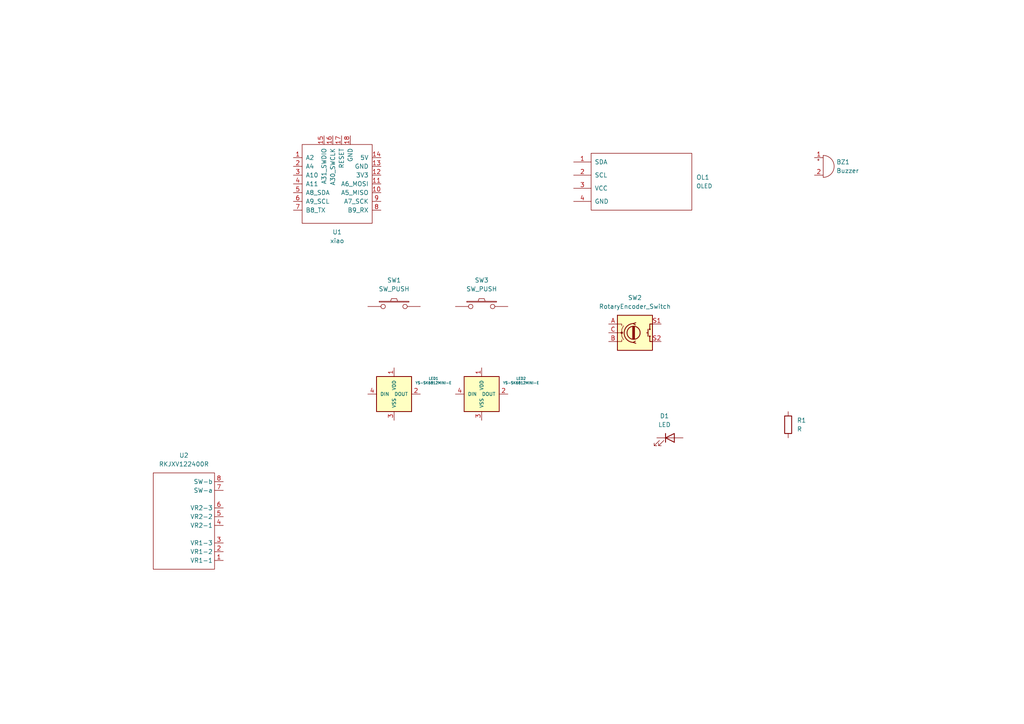
<source format=kicad_sch>
(kicad_sch
	(version 20250114)
	(generator "eeschema")
	(generator_version "9.0")
	(uuid "4597c5c7-ab98-46a0-a1d3-ac8e59abbe7d")
	(paper "A4")
	(lib_symbols
		(symbol "Device:Buzzer"
			(pin_names
				(offset 0.0254)
				(hide yes)
			)
			(exclude_from_sim no)
			(in_bom yes)
			(on_board yes)
			(property "Reference" "BZ"
				(at 3.81 1.27 0)
				(effects
					(font
						(size 1.27 1.27)
					)
					(justify left)
				)
			)
			(property "Value" "Buzzer"
				(at 3.81 -1.27 0)
				(effects
					(font
						(size 1.27 1.27)
					)
					(justify left)
				)
			)
			(property "Footprint" ""
				(at -0.635 2.54 90)
				(effects
					(font
						(size 1.27 1.27)
					)
					(hide yes)
				)
			)
			(property "Datasheet" "~"
				(at -0.635 2.54 90)
				(effects
					(font
						(size 1.27 1.27)
					)
					(hide yes)
				)
			)
			(property "Description" "Buzzer, polarized"
				(at 0 0 0)
				(effects
					(font
						(size 1.27 1.27)
					)
					(hide yes)
				)
			)
			(property "ki_keywords" "quartz resonator ceramic"
				(at 0 0 0)
				(effects
					(font
						(size 1.27 1.27)
					)
					(hide yes)
				)
			)
			(property "ki_fp_filters" "*Buzzer*"
				(at 0 0 0)
				(effects
					(font
						(size 1.27 1.27)
					)
					(hide yes)
				)
			)
			(symbol "Buzzer_0_1"
				(polyline
					(pts
						(xy -1.651 1.905) (xy -1.143 1.905)
					)
					(stroke
						(width 0)
						(type default)
					)
					(fill
						(type none)
					)
				)
				(polyline
					(pts
						(xy -1.397 2.159) (xy -1.397 1.651)
					)
					(stroke
						(width 0)
						(type default)
					)
					(fill
						(type none)
					)
				)
				(arc
					(start 0 3.175)
					(mid 3.1612 0)
					(end 0 -3.175)
					(stroke
						(width 0)
						(type default)
					)
					(fill
						(type none)
					)
				)
				(polyline
					(pts
						(xy 0 3.175) (xy 0 -3.175)
					)
					(stroke
						(width 0)
						(type default)
					)
					(fill
						(type none)
					)
				)
			)
			(symbol "Buzzer_1_1"
				(pin passive line
					(at -2.54 2.54 0)
					(length 2.54)
					(name "+"
						(effects
							(font
								(size 1.27 1.27)
							)
						)
					)
					(number "1"
						(effects
							(font
								(size 1.27 1.27)
							)
						)
					)
				)
				(pin passive line
					(at -2.54 -2.54 0)
					(length 2.54)
					(name "-"
						(effects
							(font
								(size 1.27 1.27)
							)
						)
					)
					(number "2"
						(effects
							(font
								(size 1.27 1.27)
							)
						)
					)
				)
			)
			(embedded_fonts no)
		)
		(symbol "Device:LED"
			(pin_numbers
				(hide yes)
			)
			(pin_names
				(offset 1.016)
				(hide yes)
			)
			(exclude_from_sim no)
			(in_bom yes)
			(on_board yes)
			(property "Reference" "D"
				(at 0 2.54 0)
				(effects
					(font
						(size 1.27 1.27)
					)
				)
			)
			(property "Value" "LED"
				(at 0 -2.54 0)
				(effects
					(font
						(size 1.27 1.27)
					)
				)
			)
			(property "Footprint" ""
				(at 0 0 0)
				(effects
					(font
						(size 1.27 1.27)
					)
					(hide yes)
				)
			)
			(property "Datasheet" "~"
				(at 0 0 0)
				(effects
					(font
						(size 1.27 1.27)
					)
					(hide yes)
				)
			)
			(property "Description" "Light emitting diode"
				(at 0 0 0)
				(effects
					(font
						(size 1.27 1.27)
					)
					(hide yes)
				)
			)
			(property "Sim.Pins" "1=K 2=A"
				(at 0 0 0)
				(effects
					(font
						(size 1.27 1.27)
					)
					(hide yes)
				)
			)
			(property "ki_keywords" "LED diode"
				(at 0 0 0)
				(effects
					(font
						(size 1.27 1.27)
					)
					(hide yes)
				)
			)
			(property "ki_fp_filters" "LED* LED_SMD:* LED_THT:*"
				(at 0 0 0)
				(effects
					(font
						(size 1.27 1.27)
					)
					(hide yes)
				)
			)
			(symbol "LED_0_1"
				(polyline
					(pts
						(xy -3.048 -0.762) (xy -4.572 -2.286) (xy -3.81 -2.286) (xy -4.572 -2.286) (xy -4.572 -1.524)
					)
					(stroke
						(width 0)
						(type default)
					)
					(fill
						(type none)
					)
				)
				(polyline
					(pts
						(xy -1.778 -0.762) (xy -3.302 -2.286) (xy -2.54 -2.286) (xy -3.302 -2.286) (xy -3.302 -1.524)
					)
					(stroke
						(width 0)
						(type default)
					)
					(fill
						(type none)
					)
				)
				(polyline
					(pts
						(xy -1.27 0) (xy 1.27 0)
					)
					(stroke
						(width 0)
						(type default)
					)
					(fill
						(type none)
					)
				)
				(polyline
					(pts
						(xy -1.27 -1.27) (xy -1.27 1.27)
					)
					(stroke
						(width 0.254)
						(type default)
					)
					(fill
						(type none)
					)
				)
				(polyline
					(pts
						(xy 1.27 -1.27) (xy 1.27 1.27) (xy -1.27 0) (xy 1.27 -1.27)
					)
					(stroke
						(width 0.254)
						(type default)
					)
					(fill
						(type none)
					)
				)
			)
			(symbol "LED_1_1"
				(pin passive line
					(at -3.81 0 0)
					(length 2.54)
					(name "K"
						(effects
							(font
								(size 1.27 1.27)
							)
						)
					)
					(number "1"
						(effects
							(font
								(size 1.27 1.27)
							)
						)
					)
				)
				(pin passive line
					(at 3.81 0 180)
					(length 2.54)
					(name "A"
						(effects
							(font
								(size 1.27 1.27)
							)
						)
					)
					(number "2"
						(effects
							(font
								(size 1.27 1.27)
							)
						)
					)
				)
			)
			(embedded_fonts no)
		)
		(symbol "Device:R"
			(pin_numbers
				(hide yes)
			)
			(pin_names
				(offset 0)
			)
			(exclude_from_sim no)
			(in_bom yes)
			(on_board yes)
			(property "Reference" "R"
				(at 2.032 0 90)
				(effects
					(font
						(size 1.27 1.27)
					)
				)
			)
			(property "Value" "R"
				(at 0 0 90)
				(effects
					(font
						(size 1.27 1.27)
					)
				)
			)
			(property "Footprint" ""
				(at -1.778 0 90)
				(effects
					(font
						(size 1.27 1.27)
					)
					(hide yes)
				)
			)
			(property "Datasheet" "~"
				(at 0 0 0)
				(effects
					(font
						(size 1.27 1.27)
					)
					(hide yes)
				)
			)
			(property "Description" "Resistor"
				(at 0 0 0)
				(effects
					(font
						(size 1.27 1.27)
					)
					(hide yes)
				)
			)
			(property "ki_keywords" "R res resistor"
				(at 0 0 0)
				(effects
					(font
						(size 1.27 1.27)
					)
					(hide yes)
				)
			)
			(property "ki_fp_filters" "R_*"
				(at 0 0 0)
				(effects
					(font
						(size 1.27 1.27)
					)
					(hide yes)
				)
			)
			(symbol "R_0_1"
				(rectangle
					(start -1.016 -2.54)
					(end 1.016 2.54)
					(stroke
						(width 0.254)
						(type default)
					)
					(fill
						(type none)
					)
				)
			)
			(symbol "R_1_1"
				(pin passive line
					(at 0 3.81 270)
					(length 1.27)
					(name "~"
						(effects
							(font
								(size 1.27 1.27)
							)
						)
					)
					(number "1"
						(effects
							(font
								(size 1.27 1.27)
							)
						)
					)
				)
				(pin passive line
					(at 0 -3.81 90)
					(length 1.27)
					(name "~"
						(effects
							(font
								(size 1.27 1.27)
							)
						)
					)
					(number "2"
						(effects
							(font
								(size 1.27 1.27)
							)
						)
					)
				)
			)
			(embedded_fonts no)
		)
		(symbol "Device:RotaryEncoder_Switch"
			(pin_names
				(offset 0.254)
				(hide yes)
			)
			(exclude_from_sim no)
			(in_bom yes)
			(on_board yes)
			(property "Reference" "SW"
				(at 0 6.604 0)
				(effects
					(font
						(size 1.27 1.27)
					)
				)
			)
			(property "Value" "RotaryEncoder_Switch"
				(at 0 -6.604 0)
				(effects
					(font
						(size 1.27 1.27)
					)
				)
			)
			(property "Footprint" ""
				(at -3.81 4.064 0)
				(effects
					(font
						(size 1.27 1.27)
					)
					(hide yes)
				)
			)
			(property "Datasheet" "~"
				(at 0 6.604 0)
				(effects
					(font
						(size 1.27 1.27)
					)
					(hide yes)
				)
			)
			(property "Description" "Rotary encoder, dual channel, incremental quadrate outputs, with switch"
				(at 0 0 0)
				(effects
					(font
						(size 1.27 1.27)
					)
					(hide yes)
				)
			)
			(property "ki_keywords" "rotary switch encoder switch push button"
				(at 0 0 0)
				(effects
					(font
						(size 1.27 1.27)
					)
					(hide yes)
				)
			)
			(property "ki_fp_filters" "RotaryEncoder*Switch*"
				(at 0 0 0)
				(effects
					(font
						(size 1.27 1.27)
					)
					(hide yes)
				)
			)
			(symbol "RotaryEncoder_Switch_0_1"
				(rectangle
					(start -5.08 5.08)
					(end 5.08 -5.08)
					(stroke
						(width 0.254)
						(type default)
					)
					(fill
						(type background)
					)
				)
				(polyline
					(pts
						(xy -5.08 2.54) (xy -3.81 2.54) (xy -3.81 2.032)
					)
					(stroke
						(width 0)
						(type default)
					)
					(fill
						(type none)
					)
				)
				(polyline
					(pts
						(xy -5.08 0) (xy -3.81 0) (xy -3.81 -1.016) (xy -3.302 -2.032)
					)
					(stroke
						(width 0)
						(type default)
					)
					(fill
						(type none)
					)
				)
				(polyline
					(pts
						(xy -5.08 -2.54) (xy -3.81 -2.54) (xy -3.81 -2.032)
					)
					(stroke
						(width 0)
						(type default)
					)
					(fill
						(type none)
					)
				)
				(polyline
					(pts
						(xy -4.318 0) (xy -3.81 0) (xy -3.81 1.016) (xy -3.302 2.032)
					)
					(stroke
						(width 0)
						(type default)
					)
					(fill
						(type none)
					)
				)
				(circle
					(center -3.81 0)
					(radius 0.254)
					(stroke
						(width 0)
						(type default)
					)
					(fill
						(type outline)
					)
				)
				(polyline
					(pts
						(xy -0.635 -1.778) (xy -0.635 1.778)
					)
					(stroke
						(width 0.254)
						(type default)
					)
					(fill
						(type none)
					)
				)
				(circle
					(center -0.381 0)
					(radius 1.905)
					(stroke
						(width 0.254)
						(type default)
					)
					(fill
						(type none)
					)
				)
				(polyline
					(pts
						(xy -0.381 -1.778) (xy -0.381 1.778)
					)
					(stroke
						(width 0.254)
						(type default)
					)
					(fill
						(type none)
					)
				)
				(arc
					(start -0.381 -2.794)
					(mid -3.0988 -0.0635)
					(end -0.381 2.667)
					(stroke
						(width 0.254)
						(type default)
					)
					(fill
						(type none)
					)
				)
				(polyline
					(pts
						(xy -0.127 1.778) (xy -0.127 -1.778)
					)
					(stroke
						(width 0.254)
						(type default)
					)
					(fill
						(type none)
					)
				)
				(polyline
					(pts
						(xy 0.254 2.921) (xy -0.508 2.667) (xy 0.127 2.286)
					)
					(stroke
						(width 0.254)
						(type default)
					)
					(fill
						(type none)
					)
				)
				(polyline
					(pts
						(xy 0.254 -3.048) (xy -0.508 -2.794) (xy 0.127 -2.413)
					)
					(stroke
						(width 0.254)
						(type default)
					)
					(fill
						(type none)
					)
				)
				(polyline
					(pts
						(xy 3.81 1.016) (xy 3.81 -1.016)
					)
					(stroke
						(width 0.254)
						(type default)
					)
					(fill
						(type none)
					)
				)
				(polyline
					(pts
						(xy 3.81 0) (xy 3.429 0)
					)
					(stroke
						(width 0.254)
						(type default)
					)
					(fill
						(type none)
					)
				)
				(circle
					(center 4.318 1.016)
					(radius 0.127)
					(stroke
						(width 0.254)
						(type default)
					)
					(fill
						(type none)
					)
				)
				(circle
					(center 4.318 -1.016)
					(radius 0.127)
					(stroke
						(width 0.254)
						(type default)
					)
					(fill
						(type none)
					)
				)
				(polyline
					(pts
						(xy 5.08 2.54) (xy 4.318 2.54) (xy 4.318 1.016)
					)
					(stroke
						(width 0.254)
						(type default)
					)
					(fill
						(type none)
					)
				)
				(polyline
					(pts
						(xy 5.08 -2.54) (xy 4.318 -2.54) (xy 4.318 -1.016)
					)
					(stroke
						(width 0.254)
						(type default)
					)
					(fill
						(type none)
					)
				)
			)
			(symbol "RotaryEncoder_Switch_1_1"
				(pin passive line
					(at -7.62 2.54 0)
					(length 2.54)
					(name "A"
						(effects
							(font
								(size 1.27 1.27)
							)
						)
					)
					(number "A"
						(effects
							(font
								(size 1.27 1.27)
							)
						)
					)
				)
				(pin passive line
					(at -7.62 0 0)
					(length 2.54)
					(name "C"
						(effects
							(font
								(size 1.27 1.27)
							)
						)
					)
					(number "C"
						(effects
							(font
								(size 1.27 1.27)
							)
						)
					)
				)
				(pin passive line
					(at -7.62 -2.54 0)
					(length 2.54)
					(name "B"
						(effects
							(font
								(size 1.27 1.27)
							)
						)
					)
					(number "B"
						(effects
							(font
								(size 1.27 1.27)
							)
						)
					)
				)
				(pin passive line
					(at 7.62 2.54 180)
					(length 2.54)
					(name "S1"
						(effects
							(font
								(size 1.27 1.27)
							)
						)
					)
					(number "S1"
						(effects
							(font
								(size 1.27 1.27)
							)
						)
					)
				)
				(pin passive line
					(at 7.62 -2.54 180)
					(length 2.54)
					(name "S2"
						(effects
							(font
								(size 1.27 1.27)
							)
						)
					)
					(number "S2"
						(effects
							(font
								(size 1.27 1.27)
							)
						)
					)
				)
			)
			(embedded_fonts no)
		)
		(symbol "crides/kleeb/mcu:xiao"
			(pin_names
				(offset 1.016)
			)
			(exclude_from_sim no)
			(in_bom yes)
			(on_board yes)
			(property "Reference" "U"
				(at -10.16 15.24 0)
				(effects
					(font
						(size 1.27 1.27)
					)
				)
			)
			(property "Value" "xiao"
				(at -8.89 12.7 0)
				(effects
					(font
						(size 1.27 1.27)
					)
				)
			)
			(property "Footprint" ""
				(at -8.89 5.08 0)
				(effects
					(font
						(size 1.27 1.27)
					)
					(hide yes)
				)
			)
			(property "Datasheet" ""
				(at -8.89 5.08 0)
				(effects
					(font
						(size 1.27 1.27)
					)
					(hide yes)
				)
			)
			(property "Description" ""
				(at 0 0 0)
				(effects
					(font
						(size 1.27 1.27)
					)
					(hide yes)
				)
			)
			(symbol "xiao_0_1"
				(rectangle
					(start -10.16 11.43)
					(end 10.16 -11.43)
					(stroke
						(width 0)
						(type default)
					)
					(fill
						(type none)
					)
				)
			)
			(symbol "xiao_1_1"
				(pin bidirectional line
					(at -12.7 7.62 0)
					(length 2.54)
					(name "A2"
						(effects
							(font
								(size 1.27 1.27)
							)
						)
					)
					(number "1"
						(effects
							(font
								(size 1.27 1.27)
							)
						)
					)
				)
				(pin bidirectional line
					(at -12.7 5.08 0)
					(length 2.54)
					(name "A4"
						(effects
							(font
								(size 1.27 1.27)
							)
						)
					)
					(number "2"
						(effects
							(font
								(size 1.27 1.27)
							)
						)
					)
				)
				(pin bidirectional line
					(at -12.7 2.54 0)
					(length 2.54)
					(name "A10"
						(effects
							(font
								(size 1.27 1.27)
							)
						)
					)
					(number "3"
						(effects
							(font
								(size 1.27 1.27)
							)
						)
					)
				)
				(pin bidirectional line
					(at -12.7 0 0)
					(length 2.54)
					(name "A11"
						(effects
							(font
								(size 1.27 1.27)
							)
						)
					)
					(number "4"
						(effects
							(font
								(size 1.27 1.27)
							)
						)
					)
				)
				(pin bidirectional line
					(at -12.7 -2.54 0)
					(length 2.54)
					(name "A8_SDA"
						(effects
							(font
								(size 1.27 1.27)
							)
						)
					)
					(number "5"
						(effects
							(font
								(size 1.27 1.27)
							)
						)
					)
				)
				(pin bidirectional line
					(at -12.7 -5.08 0)
					(length 2.54)
					(name "A9_SCL"
						(effects
							(font
								(size 1.27 1.27)
							)
						)
					)
					(number "6"
						(effects
							(font
								(size 1.27 1.27)
							)
						)
					)
				)
				(pin bidirectional line
					(at -12.7 -7.62 0)
					(length 2.54)
					(name "B8_TX"
						(effects
							(font
								(size 1.27 1.27)
							)
						)
					)
					(number "7"
						(effects
							(font
								(size 1.27 1.27)
							)
						)
					)
				)
				(pin input line
					(at -3.81 13.97 270)
					(length 2.54)
					(name "A31_SWDIO"
						(effects
							(font
								(size 1.27 1.27)
							)
						)
					)
					(number "15"
						(effects
							(font
								(size 1.27 1.27)
							)
						)
					)
				)
				(pin input line
					(at -1.27 13.97 270)
					(length 2.54)
					(name "A30_SWCLK"
						(effects
							(font
								(size 1.27 1.27)
							)
						)
					)
					(number "16"
						(effects
							(font
								(size 1.27 1.27)
							)
						)
					)
				)
				(pin input line
					(at 1.27 13.97 270)
					(length 2.54)
					(name "RESET"
						(effects
							(font
								(size 1.27 1.27)
							)
						)
					)
					(number "17"
						(effects
							(font
								(size 1.27 1.27)
							)
						)
					)
				)
				(pin power_out line
					(at 3.81 13.97 270)
					(length 2.54)
					(name "GND"
						(effects
							(font
								(size 1.27 1.27)
							)
						)
					)
					(number "18"
						(effects
							(font
								(size 1.27 1.27)
							)
						)
					)
				)
				(pin power_out line
					(at 12.7 7.62 180)
					(length 2.54)
					(name "5V"
						(effects
							(font
								(size 1.27 1.27)
							)
						)
					)
					(number "14"
						(effects
							(font
								(size 1.27 1.27)
							)
						)
					)
				)
				(pin power_out line
					(at 12.7 5.08 180)
					(length 2.54)
					(name "GND"
						(effects
							(font
								(size 1.27 1.27)
							)
						)
					)
					(number "13"
						(effects
							(font
								(size 1.27 1.27)
							)
						)
					)
				)
				(pin power_out line
					(at 12.7 2.54 180)
					(length 2.54)
					(name "3V3"
						(effects
							(font
								(size 1.27 1.27)
							)
						)
					)
					(number "12"
						(effects
							(font
								(size 1.27 1.27)
							)
						)
					)
				)
				(pin bidirectional line
					(at 12.7 0 180)
					(length 2.54)
					(name "A6_MOSI"
						(effects
							(font
								(size 1.27 1.27)
							)
						)
					)
					(number "11"
						(effects
							(font
								(size 1.27 1.27)
							)
						)
					)
				)
				(pin bidirectional line
					(at 12.7 -2.54 180)
					(length 2.54)
					(name "A5_MISO"
						(effects
							(font
								(size 1.27 1.27)
							)
						)
					)
					(number "10"
						(effects
							(font
								(size 1.27 1.27)
							)
						)
					)
				)
				(pin bidirectional line
					(at 12.7 -5.08 180)
					(length 2.54)
					(name "A7_SCK"
						(effects
							(font
								(size 1.27 1.27)
							)
						)
					)
					(number "9"
						(effects
							(font
								(size 1.27 1.27)
							)
						)
					)
				)
				(pin bidirectional line
					(at 12.7 -7.62 180)
					(length 2.54)
					(name "B9_RX"
						(effects
							(font
								(size 1.27 1.27)
							)
						)
					)
					(number "8"
						(effects
							(font
								(size 1.27 1.27)
							)
						)
					)
				)
			)
			(embedded_fonts no)
		)
		(symbol "foostan/kbd:OLED"
			(pin_names
				(offset 1.016)
			)
			(exclude_from_sim no)
			(in_bom yes)
			(on_board yes)
			(property "Reference" "OL"
				(at 0 2.54 0)
				(effects
					(font
						(size 1.2954 1.2954)
					)
				)
			)
			(property "Value" "OLED"
				(at 0 -1.27 0)
				(effects
					(font
						(size 1.1938 1.1938)
					)
				)
			)
			(property "Footprint" ""
				(at 0 2.54 0)
				(effects
					(font
						(size 1.524 1.524)
					)
					(hide yes)
				)
			)
			(property "Datasheet" ""
				(at 0 2.54 0)
				(effects
					(font
						(size 1.524 1.524)
					)
					(hide yes)
				)
			)
			(property "Description" ""
				(at 0 0 0)
				(effects
					(font
						(size 1.27 1.27)
					)
					(hide yes)
				)
			)
			(symbol "OLED_0_1"
				(rectangle
					(start -13.97 8.89)
					(end 15.24 -7.62)
					(stroke
						(width 0)
						(type solid)
					)
					(fill
						(type none)
					)
				)
			)
			(symbol "OLED_1_1"
				(pin bidirectional line
					(at -19.05 6.35 0)
					(length 5.08)
					(name "SDA"
						(effects
							(font
								(size 1.27 1.27)
							)
						)
					)
					(number "1"
						(effects
							(font
								(size 1.27 1.27)
							)
						)
					)
				)
				(pin bidirectional line
					(at -19.05 2.54 0)
					(length 5.08)
					(name "SCL"
						(effects
							(font
								(size 1.27 1.27)
							)
						)
					)
					(number "2"
						(effects
							(font
								(size 1.27 1.27)
							)
						)
					)
				)
				(pin power_in line
					(at -19.05 -1.27 0)
					(length 5.08)
					(name "VCC"
						(effects
							(font
								(size 1.27 1.27)
							)
						)
					)
					(number "3"
						(effects
							(font
								(size 1.27 1.27)
							)
						)
					)
				)
				(pin power_in line
					(at -19.05 -5.08 0)
					(length 5.08)
					(name "GND"
						(effects
							(font
								(size 1.27 1.27)
							)
						)
					)
					(number "4"
						(effects
							(font
								(size 1.27 1.27)
							)
						)
					)
				)
			)
			(embedded_fonts no)
		)
		(symbol "foostan/kbd:SW_PUSH"
			(pin_numbers
				(hide yes)
			)
			(pin_names
				(offset 1.016)
				(hide yes)
			)
			(exclude_from_sim no)
			(in_bom yes)
			(on_board yes)
			(property "Reference" "SW"
				(at 3.81 2.794 0)
				(effects
					(font
						(size 1.27 1.27)
					)
				)
			)
			(property "Value" "SW_PUSH"
				(at 0 -2.032 0)
				(effects
					(font
						(size 1.27 1.27)
					)
				)
			)
			(property "Footprint" ""
				(at 0 0 0)
				(effects
					(font
						(size 1.27 1.27)
					)
				)
			)
			(property "Datasheet" ""
				(at 0 0 0)
				(effects
					(font
						(size 1.27 1.27)
					)
				)
			)
			(property "Description" ""
				(at 0 0 0)
				(effects
					(font
						(size 1.27 1.27)
					)
					(hide yes)
				)
			)
			(symbol "SW_PUSH_0_1"
				(rectangle
					(start -4.318 1.27)
					(end 4.318 1.524)
					(stroke
						(width 0)
						(type solid)
					)
					(fill
						(type none)
					)
				)
				(polyline
					(pts
						(xy -1.016 1.524) (xy -0.762 2.286) (xy 0.762 2.286) (xy 1.016 1.524)
					)
					(stroke
						(width 0)
						(type solid)
					)
					(fill
						(type none)
					)
				)
				(pin passive inverted
					(at -7.62 0 0)
					(length 5.08)
					(name "1"
						(effects
							(font
								(size 1.27 1.27)
							)
						)
					)
					(number "1"
						(effects
							(font
								(size 1.27 1.27)
							)
						)
					)
				)
				(pin passive inverted
					(at 7.62 0 180)
					(length 5.08)
					(name "2"
						(effects
							(font
								(size 1.27 1.27)
							)
						)
					)
					(number "2"
						(effects
							(font
								(size 1.27 1.27)
							)
						)
					)
				)
			)
			(embedded_fonts no)
		)
		(symbol "foostan/kbd:YS-SK6812MINI-E"
			(pin_names
				(offset 1.016)
			)
			(exclude_from_sim no)
			(in_bom yes)
			(on_board yes)
			(property "Reference" "LED"
				(at 2.54 -7.62 0)
				(effects
					(font
						(size 0.7366 0.7366)
					)
				)
			)
			(property "Value" "YS-SK6812MINI-E"
				(at 6.35 -6.35 0)
				(effects
					(font
						(size 0.7366 0.7366)
					)
				)
			)
			(property "Footprint" ""
				(at 2.54 -6.35 0)
				(effects
					(font
						(size 1.27 1.27)
					)
					(hide yes)
				)
			)
			(property "Datasheet" ""
				(at 2.54 -6.35 0)
				(effects
					(font
						(size 1.27 1.27)
					)
					(hide yes)
				)
			)
			(property "Description" ""
				(at 0 0 0)
				(effects
					(font
						(size 1.27 1.27)
					)
					(hide yes)
				)
			)
			(symbol "YS-SK6812MINI-E_0_1"
				(rectangle
					(start -5.08 5.08)
					(end 5.08 -5.08)
					(stroke
						(width 0.254)
						(type solid)
					)
					(fill
						(type background)
					)
				)
			)
			(symbol "YS-SK6812MINI-E_1_1"
				(pin input line
					(at -7.62 0 0)
					(length 2.54)
					(name "DIN"
						(effects
							(font
								(size 0.9906 0.9906)
							)
						)
					)
					(number "4"
						(effects
							(font
								(size 1.27 1.27)
							)
						)
					)
				)
				(pin power_in line
					(at 0 7.62 270)
					(length 2.54)
					(name "VDD"
						(effects
							(font
								(size 0.9906 0.9906)
							)
						)
					)
					(number "1"
						(effects
							(font
								(size 1.27 1.27)
							)
						)
					)
				)
				(pin power_in line
					(at 0 -7.62 90)
					(length 2.54)
					(name "VSS"
						(effects
							(font
								(size 0.9906 0.9906)
							)
						)
					)
					(number "3"
						(effects
							(font
								(size 1.27 1.27)
							)
						)
					)
				)
				(pin output line
					(at 7.62 0 180)
					(length 2.54)
					(name "DOUT"
						(effects
							(font
								(size 0.9906 0.9906)
							)
						)
					)
					(number "2"
						(effects
							(font
								(size 1.27 1.27)
							)
						)
					)
				)
			)
			(embedded_fonts no)
		)
		(symbol "sglib:RKJXV122400R"
			(exclude_from_sim no)
			(in_bom yes)
			(on_board yes)
			(property "Reference" "U"
				(at 0 -5.08 0)
				(effects
					(font
						(size 1.27 1.27)
					)
				)
			)
			(property "Value" "RKJXV122400R"
				(at 0 -7.62 0)
				(effects
					(font
						(size 1.27 1.27)
					)
				)
			)
			(property "Footprint" ""
				(at 0 0 0)
				(effects
					(font
						(size 1.27 1.27)
					)
					(hide yes)
				)
			)
			(property "Datasheet" ""
				(at 0 0 0)
				(effects
					(font
						(size 1.27 1.27)
					)
					(hide yes)
				)
			)
			(property "Description" ""
				(at 0 0 0)
				(effects
					(font
						(size 1.27 1.27)
					)
					(hide yes)
				)
			)
			(symbol "RKJXV122400R_0_1"
				(rectangle
					(start -20.32 25.4)
					(end -2.54 -2.54)
					(stroke
						(width 0)
						(type default)
					)
					(fill
						(type none)
					)
				)
			)
			(symbol "RKJXV122400R_1_1"
				(pin input line
					(at 0 22.86 180)
					(length 2.54)
					(name "SW-b"
						(effects
							(font
								(size 1.27 1.27)
							)
						)
					)
					(number "8"
						(effects
							(font
								(size 1.27 1.27)
							)
						)
					)
				)
				(pin input line
					(at 0 20.32 180)
					(length 2.54)
					(name "SW-a"
						(effects
							(font
								(size 1.27 1.27)
							)
						)
					)
					(number "7"
						(effects
							(font
								(size 1.27 1.27)
							)
						)
					)
				)
				(pin input line
					(at 0 15.24 180)
					(length 2.54)
					(name "VR2-3"
						(effects
							(font
								(size 1.27 1.27)
							)
						)
					)
					(number "6"
						(effects
							(font
								(size 1.27 1.27)
							)
						)
					)
				)
				(pin input line
					(at 0 12.7 180)
					(length 2.54)
					(name "VR2-2"
						(effects
							(font
								(size 1.27 1.27)
							)
						)
					)
					(number "5"
						(effects
							(font
								(size 1.27 1.27)
							)
						)
					)
				)
				(pin input line
					(at 0 10.16 180)
					(length 2.54)
					(name "VR2-1"
						(effects
							(font
								(size 1.27 1.27)
							)
						)
					)
					(number "4"
						(effects
							(font
								(size 1.27 1.27)
							)
						)
					)
				)
				(pin input line
					(at 0 5.08 180)
					(length 2.54)
					(name "VR1-3"
						(effects
							(font
								(size 1.27 1.27)
							)
						)
					)
					(number "3"
						(effects
							(font
								(size 1.27 1.27)
							)
						)
					)
				)
				(pin input line
					(at 0 2.54 180)
					(length 2.54)
					(name "VR1-2"
						(effects
							(font
								(size 1.27 1.27)
							)
						)
					)
					(number "2"
						(effects
							(font
								(size 1.27 1.27)
							)
						)
					)
				)
				(pin input line
					(at 0 0 180)
					(length 2.54)
					(name "VR1-1"
						(effects
							(font
								(size 1.27 1.27)
							)
						)
					)
					(number "1"
						(effects
							(font
								(size 1.27 1.27)
							)
						)
					)
				)
			)
			(embedded_fonts no)
		)
	)
	(symbol
		(lib_id "Device:R")
		(at 228.6 123.19 0)
		(unit 1)
		(exclude_from_sim no)
		(in_bom yes)
		(on_board yes)
		(dnp no)
		(fields_autoplaced yes)
		(uuid "481e2f02-9b98-4d11-894e-d12c941d879d")
		(property "Reference" "R1"
			(at 231.14 121.9199 0)
			(effects
				(font
					(size 1.27 1.27)
				)
				(justify left)
			)
		)
		(property "Value" "R"
			(at 231.14 124.4599 0)
			(effects
				(font
					(size 1.27 1.27)
				)
				(justify left)
			)
		)
		(property "Footprint" ""
			(at 226.822 123.19 90)
			(effects
				(font
					(size 1.27 1.27)
				)
				(hide yes)
			)
		)
		(property "Datasheet" "~"
			(at 228.6 123.19 0)
			(effects
				(font
					(size 1.27 1.27)
				)
				(hide yes)
			)
		)
		(property "Description" "Resistor"
			(at 228.6 123.19 0)
			(effects
				(font
					(size 1.27 1.27)
				)
				(hide yes)
			)
		)
		(pin "1"
			(uuid "77365e99-00e8-42df-a29a-79a7ad053da1")
		)
		(pin "2"
			(uuid "2d3ef49f-3467-4336-b168-07e07fedec1a")
		)
		(instances
			(project ""
				(path "/4597c5c7-ab98-46a0-a1d3-ac8e59abbe7d"
					(reference "R1")
					(unit 1)
				)
			)
		)
	)
	(symbol
		(lib_id "foostan/kbd:OLED")
		(at 185.42 53.34 0)
		(unit 1)
		(exclude_from_sim no)
		(in_bom yes)
		(on_board yes)
		(dnp no)
		(fields_autoplaced yes)
		(uuid "559d2de8-49ad-496c-afb0-b786aea37e47")
		(property "Reference" "OL1"
			(at 201.93 51.435 0)
			(effects
				(font
					(size 1.2954 1.2954)
				)
				(justify left)
			)
		)
		(property "Value" "OLED"
			(at 201.93 53.975 0)
			(effects
				(font
					(size 1.1938 1.1938)
				)
				(justify left)
			)
		)
		(property "Footprint" "sglib:OLED"
			(at 185.42 50.8 0)
			(effects
				(font
					(size 1.524 1.524)
				)
				(hide yes)
			)
		)
		(property "Datasheet" ""
			(at 185.42 50.8 0)
			(effects
				(font
					(size 1.524 1.524)
				)
				(hide yes)
			)
		)
		(property "Description" ""
			(at 185.42 53.34 0)
			(effects
				(font
					(size 1.27 1.27)
				)
				(hide yes)
			)
		)
		(pin "1"
			(uuid "ed5a6d4d-1121-46d5-99ec-375a6e1f4e0a")
		)
		(pin "4"
			(uuid "11d85484-ff8b-413e-8533-a0f7d8555dcb")
		)
		(pin "3"
			(uuid "75bd3dc5-de15-4d32-bde9-045a6bd2b27e")
		)
		(pin "2"
			(uuid "d832fbe1-2a8f-4f65-8e49-b1b11b7577de")
		)
		(instances
			(project ""
				(path "/4597c5c7-ab98-46a0-a1d3-ac8e59abbe7d"
					(reference "OL1")
					(unit 1)
				)
			)
		)
	)
	(symbol
		(lib_id "Device:Buzzer")
		(at 238.76 48.26 0)
		(unit 1)
		(exclude_from_sim no)
		(in_bom yes)
		(on_board yes)
		(dnp no)
		(fields_autoplaced yes)
		(uuid "66bac8b3-1b40-4247-a2e8-8ca825e82375")
		(property "Reference" "BZ1"
			(at 242.57 46.9899 0)
			(effects
				(font
					(size 1.27 1.27)
				)
				(justify left)
			)
		)
		(property "Value" "Buzzer"
			(at 242.57 49.5299 0)
			(effects
				(font
					(size 1.27 1.27)
				)
				(justify left)
			)
		)
		(property "Footprint" "sglib:buzzer 5.5mm"
			(at 238.125 45.72 90)
			(effects
				(font
					(size 1.27 1.27)
				)
				(hide yes)
			)
		)
		(property "Datasheet" "~"
			(at 238.125 45.72 90)
			(effects
				(font
					(size 1.27 1.27)
				)
				(hide yes)
			)
		)
		(property "Description" "Buzzer, polarized"
			(at 238.76 48.26 0)
			(effects
				(font
					(size 1.27 1.27)
				)
				(hide yes)
			)
		)
		(pin "1"
			(uuid "6479281a-b133-4c4e-85e3-bc5ff82810db")
		)
		(pin "2"
			(uuid "fe70f720-5b8e-45e2-9c55-546cecfacc10")
		)
		(instances
			(project ""
				(path "/4597c5c7-ab98-46a0-a1d3-ac8e59abbe7d"
					(reference "BZ1")
					(unit 1)
				)
			)
		)
	)
	(symbol
		(lib_id "foostan/kbd:YS-SK6812MINI-E")
		(at 114.3 114.3 0)
		(unit 1)
		(exclude_from_sim no)
		(in_bom yes)
		(on_board yes)
		(dnp no)
		(fields_autoplaced yes)
		(uuid "68c3ba8a-aa14-48f0-bb55-3d2ca1054f5a")
		(property "Reference" "LED1"
			(at 125.73 109.7849 0)
			(effects
				(font
					(size 0.7366 0.7366)
				)
			)
		)
		(property "Value" "YS-SK6812MINI-E"
			(at 125.73 111.0549 0)
			(effects
				(font
					(size 0.7366 0.7366)
				)
			)
		)
		(property "Footprint" "foostan/kbd:YS-SK6812MINI-E"
			(at 116.84 120.65 0)
			(effects
				(font
					(size 1.27 1.27)
				)
				(hide yes)
			)
		)
		(property "Datasheet" ""
			(at 116.84 120.65 0)
			(effects
				(font
					(size 1.27 1.27)
				)
				(hide yes)
			)
		)
		(property "Description" ""
			(at 114.3 114.3 0)
			(effects
				(font
					(size 1.27 1.27)
				)
				(hide yes)
			)
		)
		(pin "4"
			(uuid "f1dff1bb-ad54-4b40-bcf3-2ed58bf2d4fe")
		)
		(pin "3"
			(uuid "e10fb5ac-476a-4264-baf9-b9bfd11fdc91")
		)
		(pin "1"
			(uuid "e9ba753f-dcb3-409c-957a-06df3da79a7c")
		)
		(pin "2"
			(uuid "6abcdf87-5086-48dd-85d4-39921c000a91")
		)
		(instances
			(project ""
				(path "/4597c5c7-ab98-46a0-a1d3-ac8e59abbe7d"
					(reference "LED1")
					(unit 1)
				)
			)
		)
	)
	(symbol
		(lib_id "crides/kleeb/mcu:xiao")
		(at 97.79 53.34 0)
		(unit 1)
		(exclude_from_sim no)
		(in_bom yes)
		(on_board yes)
		(dnp no)
		(fields_autoplaced yes)
		(uuid "8b040e29-1b9d-4408-868a-3af35a3a5cd1")
		(property "Reference" "U1"
			(at 97.79 67.31 0)
			(effects
				(font
					(size 1.27 1.27)
				)
			)
		)
		(property "Value" "xiao"
			(at 97.79 69.85 0)
			(effects
				(font
					(size 1.27 1.27)
				)
			)
		)
		(property "Footprint" "crides/kleeb/mcu:xiao-tht"
			(at 88.9 48.26 0)
			(effects
				(font
					(size 1.27 1.27)
				)
				(hide yes)
			)
		)
		(property "Datasheet" ""
			(at 88.9 48.26 0)
			(effects
				(font
					(size 1.27 1.27)
				)
				(hide yes)
			)
		)
		(property "Description" ""
			(at 97.79 53.34 0)
			(effects
				(font
					(size 1.27 1.27)
				)
				(hide yes)
			)
		)
		(pin "4"
			(uuid "162f3bdc-df54-4bcd-a6f2-de004d83fac5")
		)
		(pin "7"
			(uuid "ba2b20d7-0864-4850-91d3-e574c210efbf")
		)
		(pin "2"
			(uuid "b4d4214f-f758-4247-bd93-11ec58fbe1f7")
		)
		(pin "15"
			(uuid "634d6c8b-21a8-4988-a0f7-c8dc6cfe3d44")
		)
		(pin "6"
			(uuid "5860c438-d510-4c33-ada6-22c02a4f3993")
		)
		(pin "16"
			(uuid "50e7f5bb-3c96-4522-9387-d3cb279ea88e")
		)
		(pin "18"
			(uuid "f6508b47-dde3-4126-b671-593b5403cee7")
		)
		(pin "1"
			(uuid "35a92daa-3553-42a1-9d3d-3bad8ad81eff")
		)
		(pin "3"
			(uuid "1b2c66d2-9ebf-45e8-83bc-9e17e6691aaf")
		)
		(pin "13"
			(uuid "d1f081cf-7f32-4092-9ee8-7d812a6e7533")
		)
		(pin "17"
			(uuid "25598565-03f5-41d2-b271-6974b4d51747")
		)
		(pin "12"
			(uuid "98a206f3-7b8b-4d55-afd3-83ca894ce149")
		)
		(pin "5"
			(uuid "dc9da4f5-7e77-419f-ac8d-45548011e2fd")
		)
		(pin "11"
			(uuid "75d918f5-a758-402c-9a7f-1dd4fb81d6ad")
		)
		(pin "10"
			(uuid "7123c240-b556-455a-8f63-5269972490a4")
		)
		(pin "9"
			(uuid "45f389a4-ea61-4243-8bc8-70c8cc4b46aa")
		)
		(pin "8"
			(uuid "fab7a36a-03e2-40e4-879a-333acd71912c")
		)
		(pin "14"
			(uuid "9c7c09e2-76b8-4c69-b7ff-b2a6a21fa49b")
		)
		(instances
			(project ""
				(path "/4597c5c7-ab98-46a0-a1d3-ac8e59abbe7d"
					(reference "U1")
					(unit 1)
				)
			)
		)
	)
	(symbol
		(lib_id "Device:RotaryEncoder_Switch")
		(at 184.15 96.52 0)
		(unit 1)
		(exclude_from_sim no)
		(in_bom yes)
		(on_board yes)
		(dnp no)
		(fields_autoplaced yes)
		(uuid "8b34644a-2787-4373-a39e-fa4354103784")
		(property "Reference" "SW2"
			(at 184.15 86.36 0)
			(effects
				(font
					(size 1.27 1.27)
				)
			)
		)
		(property "Value" "RotaryEncoder_Switch"
			(at 184.15 88.9 0)
			(effects
				(font
					(size 1.27 1.27)
				)
			)
		)
		(property "Footprint" "Rotary_Encoder:RotaryEncoder_Alps_EC11E-Switch_Vertical_H20mm"
			(at 180.34 92.456 0)
			(effects
				(font
					(size 1.27 1.27)
				)
				(hide yes)
			)
		)
		(property "Datasheet" "~"
			(at 184.15 89.916 0)
			(effects
				(font
					(size 1.27 1.27)
				)
				(hide yes)
			)
		)
		(property "Description" "Rotary encoder, dual channel, incremental quadrate outputs, with switch"
			(at 184.15 96.52 0)
			(effects
				(font
					(size 1.27 1.27)
				)
				(hide yes)
			)
		)
		(pin "B"
			(uuid "2ba1e8a7-a544-4032-8f3d-b7132ca1de0f")
		)
		(pin "S1"
			(uuid "4d3cc723-b823-4e9d-98b8-a3610fffea03")
		)
		(pin "A"
			(uuid "9d01679c-38ef-49ac-95d6-e721e15e1e50")
		)
		(pin "C"
			(uuid "3958e38b-f6a0-4aab-816f-a3e2e1c0ca00")
		)
		(pin "S2"
			(uuid "8c1b52cf-0d3a-46a8-ad6b-16c28130647f")
		)
		(instances
			(project ""
				(path "/4597c5c7-ab98-46a0-a1d3-ac8e59abbe7d"
					(reference "SW2")
					(unit 1)
				)
			)
		)
	)
	(symbol
		(lib_id "sglib:RKJXV122400R")
		(at 64.77 162.56 0)
		(unit 1)
		(exclude_from_sim no)
		(in_bom yes)
		(on_board yes)
		(dnp no)
		(fields_autoplaced yes)
		(uuid "905df88c-32ce-4926-8b50-a5cb5492d52d")
		(property "Reference" "U2"
			(at 53.34 132.08 0)
			(effects
				(font
					(size 1.27 1.27)
				)
			)
		)
		(property "Value" "RKJXV122400R"
			(at 53.34 134.62 0)
			(effects
				(font
					(size 1.27 1.27)
				)
			)
		)
		(property "Footprint" "sglib:RKJXV122400R"
			(at 64.77 162.56 0)
			(effects
				(font
					(size 1.27 1.27)
				)
				(hide yes)
			)
		)
		(property "Datasheet" ""
			(at 64.77 162.56 0)
			(effects
				(font
					(size 1.27 1.27)
				)
				(hide yes)
			)
		)
		(property "Description" ""
			(at 64.77 162.56 0)
			(effects
				(font
					(size 1.27 1.27)
				)
				(hide yes)
			)
		)
		(pin "8"
			(uuid "ba04db53-f413-4ebc-bf01-d0b1d3018153")
		)
		(pin "6"
			(uuid "dc0af563-9307-48cc-9008-ca7b0102f1a7")
		)
		(pin "5"
			(uuid "9925976f-3a12-4ba3-bcfa-2514f610ba39")
		)
		(pin "3"
			(uuid "6a5a9e3d-9eca-41b4-944e-74dafeab7a25")
		)
		(pin "7"
			(uuid "6de6cd05-57c5-4b50-b669-77934559039e")
		)
		(pin "2"
			(uuid "576f4d32-e431-4fc2-bb92-aa4d7ef12c0c")
		)
		(pin "4"
			(uuid "b118ff48-046a-47ad-8965-ddc4062d2639")
		)
		(pin "1"
			(uuid "83d42f30-1a7e-4a87-a870-0529a75e84f5")
		)
		(instances
			(project ""
				(path "/4597c5c7-ab98-46a0-a1d3-ac8e59abbe7d"
					(reference "U2")
					(unit 1)
				)
			)
		)
	)
	(symbol
		(lib_id "foostan/kbd:SW_PUSH")
		(at 139.7 88.9 0)
		(unit 1)
		(exclude_from_sim no)
		(in_bom yes)
		(on_board yes)
		(dnp no)
		(fields_autoplaced yes)
		(uuid "a503b3f6-008c-47d3-a012-89b68699387a")
		(property "Reference" "SW3"
			(at 139.7 81.28 0)
			(effects
				(font
					(size 1.27 1.27)
				)
			)
		)
		(property "Value" "SW_PUSH"
			(at 139.7 83.82 0)
			(effects
				(font
					(size 1.27 1.27)
				)
			)
		)
		(property "Footprint" "foostan/kbd:CherryMX_Hotswap"
			(at 139.7 88.9 0)
			(effects
				(font
					(size 1.27 1.27)
				)
				(hide yes)
			)
		)
		(property "Datasheet" ""
			(at 139.7 88.9 0)
			(effects
				(font
					(size 1.27 1.27)
				)
			)
		)
		(property "Description" ""
			(at 139.7 88.9 0)
			(effects
				(font
					(size 1.27 1.27)
				)
				(hide yes)
			)
		)
		(pin "1"
			(uuid "01133921-2307-4956-a95e-f4fdba2016bf")
		)
		(pin "2"
			(uuid "ae3eefbd-09c1-4e1b-9f18-3343cf2961c7")
		)
		(instances
			(project "conf2025badge"
				(path "/4597c5c7-ab98-46a0-a1d3-ac8e59abbe7d"
					(reference "SW3")
					(unit 1)
				)
			)
		)
	)
	(symbol
		(lib_id "Device:LED")
		(at 194.31 127 0)
		(unit 1)
		(exclude_from_sim no)
		(in_bom yes)
		(on_board yes)
		(dnp no)
		(fields_autoplaced yes)
		(uuid "a97202d8-460d-46f0-b739-110731338524")
		(property "Reference" "D1"
			(at 192.7225 120.65 0)
			(effects
				(font
					(size 1.27 1.27)
				)
			)
		)
		(property "Value" "LED"
			(at 192.7225 123.19 0)
			(effects
				(font
					(size 1.27 1.27)
				)
			)
		)
		(property "Footprint" ""
			(at 194.31 127 0)
			(effects
				(font
					(size 1.27 1.27)
				)
				(hide yes)
			)
		)
		(property "Datasheet" "~"
			(at 194.31 127 0)
			(effects
				(font
					(size 1.27 1.27)
				)
				(hide yes)
			)
		)
		(property "Description" "Light emitting diode"
			(at 194.31 127 0)
			(effects
				(font
					(size 1.27 1.27)
				)
				(hide yes)
			)
		)
		(property "Sim.Pins" "1=K 2=A"
			(at 194.31 127 0)
			(effects
				(font
					(size 1.27 1.27)
				)
				(hide yes)
			)
		)
		(pin "2"
			(uuid "1b48e7fe-3477-4e55-b7ac-6d3b35b8673b")
		)
		(pin "1"
			(uuid "7ac47f40-1f2e-4474-be47-d510872d1882")
		)
		(instances
			(project ""
				(path "/4597c5c7-ab98-46a0-a1d3-ac8e59abbe7d"
					(reference "D1")
					(unit 1)
				)
			)
		)
	)
	(symbol
		(lib_id "foostan/kbd:SW_PUSH")
		(at 114.3 88.9 0)
		(unit 1)
		(exclude_from_sim no)
		(in_bom yes)
		(on_board yes)
		(dnp no)
		(fields_autoplaced yes)
		(uuid "b18c88db-28bb-4e68-8a29-715a8cdbf98b")
		(property "Reference" "SW1"
			(at 114.3 81.28 0)
			(effects
				(font
					(size 1.27 1.27)
				)
			)
		)
		(property "Value" "SW_PUSH"
			(at 114.3 83.82 0)
			(effects
				(font
					(size 1.27 1.27)
				)
			)
		)
		(property "Footprint" "foostan/kbd:CherryMX_Hotswap"
			(at 114.3 88.9 0)
			(effects
				(font
					(size 1.27 1.27)
				)
				(hide yes)
			)
		)
		(property "Datasheet" ""
			(at 114.3 88.9 0)
			(effects
				(font
					(size 1.27 1.27)
				)
			)
		)
		(property "Description" ""
			(at 114.3 88.9 0)
			(effects
				(font
					(size 1.27 1.27)
				)
				(hide yes)
			)
		)
		(pin "1"
			(uuid "57a6f540-2401-4fea-a4e8-c2743e1e8d98")
		)
		(pin "2"
			(uuid "2f8a7be1-ab65-4909-8710-915bd4f1b177")
		)
		(instances
			(project ""
				(path "/4597c5c7-ab98-46a0-a1d3-ac8e59abbe7d"
					(reference "SW1")
					(unit 1)
				)
			)
		)
	)
	(symbol
		(lib_id "foostan/kbd:YS-SK6812MINI-E")
		(at 139.7 114.3 0)
		(unit 1)
		(exclude_from_sim no)
		(in_bom yes)
		(on_board yes)
		(dnp no)
		(fields_autoplaced yes)
		(uuid "e12b0e5e-3206-4f89-a1aa-7e34236aeb40")
		(property "Reference" "LED2"
			(at 151.13 109.7849 0)
			(effects
				(font
					(size 0.7366 0.7366)
				)
			)
		)
		(property "Value" "YS-SK6812MINI-E"
			(at 151.13 111.0549 0)
			(effects
				(font
					(size 0.7366 0.7366)
				)
			)
		)
		(property "Footprint" "foostan/kbd:YS-SK6812MINI-E"
			(at 142.24 120.65 0)
			(effects
				(font
					(size 1.27 1.27)
				)
				(hide yes)
			)
		)
		(property "Datasheet" ""
			(at 142.24 120.65 0)
			(effects
				(font
					(size 1.27 1.27)
				)
				(hide yes)
			)
		)
		(property "Description" ""
			(at 139.7 114.3 0)
			(effects
				(font
					(size 1.27 1.27)
				)
				(hide yes)
			)
		)
		(pin "4"
			(uuid "5b3764de-cc96-41bb-87b5-a9cdcaff2fe9")
		)
		(pin "3"
			(uuid "3e17d425-408c-4b60-9130-045880b16766")
		)
		(pin "1"
			(uuid "994e7ace-9898-4331-8050-86b9c38f6912")
		)
		(pin "2"
			(uuid "1a1555ce-f8e9-4800-a52e-61eaa26375dd")
		)
		(instances
			(project "conf2025badge"
				(path "/4597c5c7-ab98-46a0-a1d3-ac8e59abbe7d"
					(reference "LED2")
					(unit 1)
				)
			)
		)
	)
	(sheet_instances
		(path "/"
			(page "1")
		)
	)
	(embedded_fonts no)
)

</source>
